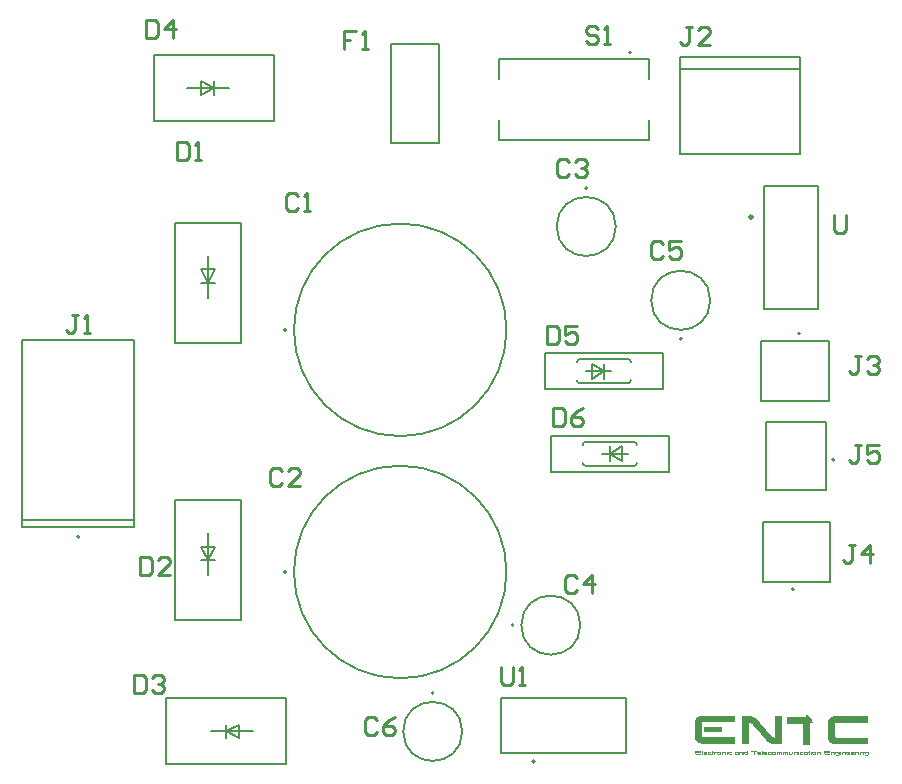
<source format=gto>
G04*
G04 #@! TF.GenerationSoftware,Altium Limited,Altium Designer,23.7.1 (13)*
G04*
G04 Layer_Color=65535*
%FSLAX44Y44*%
%MOMM*%
G71*
G04*
G04 #@! TF.SameCoordinates,A9341A08-D9DD-44F6-B1FE-122BD565C652*
G04*
G04*
G04 #@! TF.FilePolarity,Positive*
G04*
G01*
G75*
%ADD10C,0.2000*%
%ADD11C,0.1270*%
%ADD12C,0.1524*%
%ADD13C,0.3000*%
%ADD14C,0.2540*%
G36*
X909942Y574483D02*
X894839D01*
Y578346D01*
X909942D01*
Y574483D01*
D02*
G37*
G36*
X960693Y564298D02*
X960517D01*
Y564122D01*
X953844D01*
Y564298D01*
X952615D01*
Y564473D01*
X951737D01*
Y564649D01*
X951210D01*
Y564824D01*
X950859D01*
Y565000D01*
X950332D01*
Y565176D01*
X949980D01*
Y565351D01*
X949629D01*
Y565527D01*
X949454D01*
Y565702D01*
X949278D01*
Y565878D01*
X948927D01*
Y566054D01*
X948751D01*
Y566229D01*
X948576D01*
Y566405D01*
X948400D01*
Y566581D01*
X948224D01*
Y566756D01*
X948049D01*
Y566932D01*
X947873D01*
Y567107D01*
X947698D01*
Y567283D01*
X947522D01*
Y567458D01*
X947346D01*
Y567634D01*
X947171D01*
Y567985D01*
X946995D01*
Y568161D01*
X946820D01*
Y568337D01*
X946644D01*
Y568512D01*
X946468D01*
Y568688D01*
X946293D01*
Y568863D01*
X946117D01*
Y569039D01*
X945941D01*
Y569390D01*
X945766D01*
Y569566D01*
X945590D01*
Y569742D01*
X945415D01*
Y569917D01*
X945239D01*
Y570093D01*
X945063D01*
Y570268D01*
X944888D01*
Y570620D01*
X944712D01*
Y570795D01*
X944537D01*
Y570971D01*
X944361D01*
Y571146D01*
X944185D01*
Y571322D01*
X944010D01*
Y571673D01*
X943834D01*
Y571849D01*
X943659D01*
Y572024D01*
X943483D01*
Y572200D01*
X943307D01*
Y572376D01*
X943132D01*
Y572551D01*
X942956D01*
Y572902D01*
X942605D01*
Y573254D01*
X942429D01*
Y573429D01*
X942254D01*
Y573605D01*
X942078D01*
Y573781D01*
X941902D01*
Y573956D01*
X941727D01*
Y574132D01*
X941551D01*
Y574483D01*
X941376D01*
Y574659D01*
X941200D01*
Y574834D01*
X941024D01*
Y575010D01*
X940849D01*
Y575185D01*
X940673D01*
Y575536D01*
X940498D01*
Y575712D01*
X940322D01*
Y575888D01*
X940146D01*
Y576063D01*
X939971D01*
Y576239D01*
X939795D01*
Y576415D01*
X939620D01*
Y576590D01*
X939444D01*
Y576941D01*
X939268D01*
Y577117D01*
X939093D01*
Y577293D01*
X938917D01*
Y577468D01*
X938742D01*
Y577644D01*
X938566D01*
Y577995D01*
X938390D01*
Y578171D01*
X938215D01*
Y578346D01*
X938039D01*
Y578522D01*
X937863D01*
Y578698D01*
X937688D01*
Y578873D01*
X937512D01*
Y579049D01*
X937337D01*
Y579400D01*
X937161D01*
Y579576D01*
X936985D01*
Y579751D01*
X936810D01*
Y579927D01*
X936634D01*
Y580102D01*
X936459D01*
Y580454D01*
X936283D01*
Y580629D01*
X936107D01*
Y580805D01*
X935932D01*
Y580980D01*
X935756D01*
Y581156D01*
X935581D01*
Y581332D01*
X935405D01*
Y581507D01*
X935054D01*
Y581683D01*
X934878D01*
Y581858D01*
X934527D01*
Y582034D01*
X934000D01*
Y582210D01*
X933473D01*
Y582385D01*
X932595D01*
Y564298D01*
X932420D01*
Y564122D01*
X926976D01*
Y574834D01*
X926800D01*
Y575888D01*
X926976D01*
Y576063D01*
X926800D01*
Y576415D01*
X926976D01*
Y576766D01*
X926800D01*
Y578171D01*
X926976D01*
Y587829D01*
X934351D01*
Y587654D01*
X935405D01*
Y587478D01*
X935932D01*
Y587302D01*
X936459D01*
Y587127D01*
X936810D01*
Y586951D01*
X937161D01*
Y586776D01*
X937512D01*
Y586600D01*
X937688D01*
Y586424D01*
X938039D01*
Y586249D01*
X938215D01*
Y586073D01*
X938390D01*
Y585897D01*
X938742D01*
Y585722D01*
X938917D01*
Y585546D01*
X939093D01*
Y585371D01*
X939268D01*
Y585195D01*
X939444D01*
Y585019D01*
X939620D01*
Y584844D01*
X939795D01*
Y584668D01*
X939971D01*
Y584493D01*
X940146D01*
Y584141D01*
X940498D01*
Y583790D01*
X940673D01*
Y583615D01*
X940849D01*
Y583439D01*
X941024D01*
Y583263D01*
X941200D01*
Y583088D01*
X941376D01*
Y582737D01*
X941551D01*
Y582561D01*
X941727D01*
Y582385D01*
X941902D01*
Y582210D01*
X942078D01*
Y582034D01*
X942254D01*
Y581858D01*
X942429D01*
Y581683D01*
X942605D01*
Y581332D01*
X942781D01*
Y581156D01*
X942956D01*
Y580980D01*
X943132D01*
Y580805D01*
X943307D01*
Y580629D01*
X943483D01*
Y580454D01*
X943659D01*
Y580278D01*
Y580102D01*
X944010D01*
Y579751D01*
X944185D01*
Y579576D01*
X944361D01*
Y579400D01*
X944537D01*
Y579224D01*
X944712D01*
Y579049D01*
X944888D01*
Y578698D01*
X945063D01*
Y578522D01*
X945239D01*
Y578346D01*
X945415D01*
Y578171D01*
X945590D01*
Y577995D01*
X945766D01*
Y577820D01*
X945941D01*
Y577644D01*
X946117D01*
Y577293D01*
X946293D01*
Y577117D01*
X946468D01*
Y576941D01*
X946644D01*
Y576766D01*
X946820D01*
Y576590D01*
X946995D01*
Y576415D01*
X947171D01*
Y576063D01*
X947346D01*
Y575888D01*
X947522D01*
Y575712D01*
X947698D01*
Y575536D01*
X947873D01*
Y575361D01*
X948049D01*
Y575185D01*
X948224D01*
Y575010D01*
X948400D01*
Y574659D01*
X948576D01*
Y574483D01*
X948751D01*
Y574307D01*
X948927D01*
Y574132D01*
X949102D01*
Y573956D01*
X949278D01*
Y573781D01*
X949454D01*
Y573429D01*
X949629D01*
Y573254D01*
X949805D01*
Y573078D01*
X949980D01*
Y572902D01*
X950156D01*
Y572727D01*
X950332D01*
Y572551D01*
X950507D01*
Y572376D01*
X950683D01*
Y572024D01*
X951034D01*
Y571673D01*
X951210D01*
Y571497D01*
X951385D01*
Y571322D01*
X951561D01*
Y571146D01*
X951737D01*
Y570971D01*
X951912D01*
Y570795D01*
X952088D01*
Y570620D01*
X952263D01*
Y570444D01*
X952615D01*
Y570268D01*
X952790D01*
Y570093D01*
X953141D01*
Y569917D01*
X953668D01*
Y569742D01*
X955073D01*
Y587829D01*
X960693D01*
Y564298D01*
D02*
G37*
G36*
X921005Y588180D02*
X921181D01*
Y584317D01*
Y584141D01*
Y582737D01*
X893610D01*
Y582561D01*
X893259D01*
Y582385D01*
X893083D01*
Y582034D01*
X892908D01*
Y570795D01*
X893083D01*
Y570444D01*
X893259D01*
Y570268D01*
X893610D01*
Y570093D01*
X921181D01*
Y564649D01*
X892381D01*
Y564824D01*
X891503D01*
Y565000D01*
X890800D01*
Y565176D01*
X890274D01*
Y565351D01*
X889922D01*
Y565527D01*
X889571D01*
Y565702D01*
X889220D01*
Y565878D01*
X889044D01*
Y566054D01*
X888869D01*
Y566229D01*
X888693D01*
Y566405D01*
X888517D01*
Y566581D01*
X888342D01*
Y566756D01*
X888166D01*
Y566932D01*
X887991D01*
Y567283D01*
X887815D01*
Y567458D01*
X887639D01*
Y567985D01*
X887464D01*
Y568512D01*
X887288D01*
Y569039D01*
X887113D01*
Y583790D01*
X887288D01*
Y584493D01*
X887464D01*
Y585019D01*
X887639D01*
Y585371D01*
X887815D01*
Y585722D01*
X887991D01*
Y585897D01*
X888166D01*
Y586249D01*
X888342D01*
Y586424D01*
X888517D01*
Y586600D01*
X888693D01*
Y586776D01*
X888869D01*
Y586951D01*
X889220D01*
Y587127D01*
X889571D01*
Y587302D01*
X889747D01*
Y587478D01*
X890098D01*
Y587654D01*
X890625D01*
Y587829D01*
X891152D01*
Y588005D01*
X891854D01*
Y588180D01*
X893786D01*
Y588356D01*
X921005D01*
Y588180D01*
D02*
G37*
G36*
X1033746Y582385D02*
X1006351D01*
Y582210D01*
X1006000D01*
Y582034D01*
X1005649D01*
Y581507D01*
X1005473D01*
Y580454D01*
Y580278D01*
Y570620D01*
X1005649D01*
Y570093D01*
X1005824D01*
Y569917D01*
X1006176D01*
Y569742D01*
X1033746D01*
Y569566D01*
X1033922D01*
Y564298D01*
X1033746D01*
Y564122D01*
X1006000D01*
Y564298D01*
X1004595D01*
Y564473D01*
X1003717D01*
Y564649D01*
X1003190D01*
Y564824D01*
X1002839D01*
Y565000D01*
X1002488D01*
Y565176D01*
X1002137D01*
Y565351D01*
X1001785D01*
Y565527D01*
X1001610D01*
Y565702D01*
X1001434D01*
Y565878D01*
X1001083D01*
Y566054D01*
X1000907D01*
Y566405D01*
X1000732D01*
Y566581D01*
X1000556D01*
Y566932D01*
X1000380D01*
Y567283D01*
X1000205D01*
Y567634D01*
X1000029D01*
Y568161D01*
X999854D01*
Y569566D01*
X999678D01*
Y582561D01*
X999854D01*
Y583790D01*
X1000029D01*
Y584493D01*
X1000205D01*
Y584844D01*
X1000380D01*
Y585195D01*
X1000556D01*
Y585546D01*
X1000732D01*
Y585722D01*
X1000907D01*
Y585897D01*
X1001083D01*
Y586073D01*
X1001258D01*
Y586249D01*
X1001434D01*
Y586424D01*
X1001610D01*
Y586600D01*
X1001961D01*
Y586776D01*
X1002137D01*
Y586951D01*
X1002488D01*
Y587127D01*
X1003015D01*
Y587302D01*
X1003366D01*
Y587478D01*
X1004068D01*
Y587654D01*
X1005122D01*
Y587829D01*
X1033746D01*
Y582385D01*
D02*
G37*
G36*
X981766Y588707D02*
X982293D01*
Y588532D01*
X982819D01*
Y588356D01*
X982995D01*
Y588180D01*
X983346D01*
Y588005D01*
X983522D01*
Y587829D01*
X983873D01*
Y587654D01*
X984049D01*
Y587478D01*
X984224D01*
Y587302D01*
X984400D01*
Y587127D01*
X984576D01*
Y586951D01*
X984751D01*
Y586776D01*
X984927D01*
Y586600D01*
X985102D01*
Y586424D01*
X985278D01*
Y586249D01*
X985454D01*
Y585897D01*
X985629D01*
Y585722D01*
X985805D01*
Y585371D01*
X985980D01*
Y585019D01*
X986156D01*
Y584668D01*
X986332D01*
Y584141D01*
X986507D01*
Y583088D01*
X986683D01*
Y582385D01*
X984751D01*
Y567810D01*
Y567634D01*
Y563595D01*
X978780D01*
Y581683D01*
X965083D01*
Y587127D01*
X980888D01*
Y587478D01*
X981063D01*
Y588005D01*
X981239D01*
Y588532D01*
X981415D01*
Y588883D01*
X981766D01*
Y588707D01*
D02*
G37*
G36*
X1026195Y558151D02*
X1025317D01*
Y558678D01*
X1026195D01*
Y558151D01*
D02*
G37*
G36*
X1010741D02*
X1009863D01*
Y558678D01*
X1010741D01*
Y558151D01*
D02*
G37*
G36*
X985805D02*
X984927D01*
Y558678D01*
X985805D01*
Y558151D01*
D02*
G37*
G36*
X975268Y558503D02*
X975444D01*
Y558151D01*
X974566D01*
Y558327D01*
Y558503D01*
Y558678D01*
X975268D01*
Y558503D01*
D02*
G37*
G36*
X914683D02*
X914859D01*
Y558327D01*
X914683D01*
Y558151D01*
X913981D01*
Y558327D01*
X913805D01*
Y558503D01*
X913981D01*
Y558678D01*
X914683D01*
Y558503D01*
D02*
G37*
G36*
X1001434Y558151D02*
X1001610D01*
Y557976D01*
X1001434D01*
Y557800D01*
X1000907D01*
Y557976D01*
X997571D01*
Y557800D01*
X997395D01*
Y557273D01*
X1001434D01*
Y556571D01*
X997395D01*
Y556044D01*
X997571D01*
Y555868D01*
X1001434D01*
Y555341D01*
X996868D01*
Y555517D01*
X996517D01*
Y558327D01*
X996868D01*
Y558503D01*
X1001434D01*
Y558151D01*
D02*
G37*
G36*
X982117Y557624D02*
X982468D01*
Y557449D01*
X982644D01*
Y555517D01*
X982468D01*
Y555341D01*
X981766D01*
Y555166D01*
X980888D01*
Y555341D01*
X979483D01*
Y555693D01*
X979307D01*
Y556044D01*
Y556220D01*
Y556395D01*
X979483D01*
Y556571D01*
X979834D01*
Y556746D01*
X981415D01*
Y556571D01*
X981590D01*
Y556746D01*
X981941D01*
Y556922D01*
X981766D01*
Y557098D01*
X979483D01*
Y557800D01*
X982117D01*
Y557624D01*
D02*
G37*
G36*
X1021980D02*
X1022156D01*
Y557449D01*
X1022331D01*
Y556571D01*
X1022156D01*
Y556395D01*
X1021805D01*
Y556220D01*
X1020400D01*
Y556395D01*
X1019873D01*
Y555868D01*
X1022331D01*
Y555341D01*
X1019171D01*
Y555693D01*
X1018995D01*
Y557449D01*
X1019171D01*
Y557624D01*
X1019522D01*
Y557800D01*
X1021980D01*
Y557624D01*
D02*
G37*
G36*
X1018117D02*
X1018468D01*
Y556571D01*
X1018292D01*
Y556395D01*
X1017941D01*
Y556220D01*
X1016536D01*
Y556395D01*
X1016185D01*
Y556220D01*
X1016010D01*
Y555868D01*
X1018468D01*
Y555341D01*
X1015483D01*
Y555517D01*
X1015307D01*
Y555868D01*
X1015132D01*
Y557449D01*
X1015307D01*
Y557624D01*
X1015658D01*
Y557800D01*
X1018117D01*
Y557624D01*
D02*
G37*
G36*
X948049D02*
X948400D01*
Y556571D01*
X948224D01*
Y556395D01*
X947873D01*
Y556220D01*
X946293D01*
Y556395D01*
X946117D01*
Y556220D01*
X945941D01*
Y555868D01*
X948400D01*
Y555341D01*
X945415D01*
Y555517D01*
X945239D01*
Y555693D01*
X945063D01*
Y557449D01*
X945239D01*
Y557624D01*
X945590D01*
Y557800D01*
X948049D01*
Y557624D01*
D02*
G37*
G36*
X897298D02*
X897473D01*
Y557273D01*
X897649D01*
Y556922D01*
X897473D01*
Y556395D01*
X896947D01*
Y556220D01*
X895366D01*
Y556395D01*
X895191D01*
Y555868D01*
X897473D01*
Y555341D01*
X897122D01*
Y555166D01*
X896771D01*
Y555341D01*
X894488D01*
Y555517D01*
X894313D01*
Y557449D01*
X894488D01*
Y557624D01*
X894839D01*
Y557800D01*
X897298D01*
Y557624D01*
D02*
G37*
G36*
X970000Y557449D02*
Y555693D01*
X969824D01*
Y555517D01*
X969649D01*
Y555341D01*
X966839D01*
Y555517D01*
X966663D01*
Y557624D01*
X967366D01*
Y556044D01*
X967542D01*
Y555868D01*
X969122D01*
Y557624D01*
X970000D01*
Y557449D01*
D02*
G37*
G36*
X989317Y557624D02*
X989668D01*
Y557449D01*
X989844D01*
Y555693D01*
X989668D01*
Y555517D01*
X989493D01*
Y555341D01*
X986683D01*
Y555517D01*
X986507D01*
Y555693D01*
X986332D01*
Y556044D01*
Y556220D01*
Y557449D01*
X986507D01*
Y557624D01*
X986859D01*
Y557800D01*
X989317D01*
Y557624D01*
D02*
G37*
G36*
X984224Y557800D02*
X984576D01*
Y557624D01*
Y557449D01*
X984751D01*
Y557098D01*
X984224D01*
Y555341D01*
X983346D01*
Y557098D01*
X982995D01*
Y557800D01*
X983346D01*
Y558503D01*
X984224D01*
Y557800D01*
D02*
G37*
G36*
X978956Y557098D02*
X976673D01*
Y555868D01*
X978956D01*
Y555341D01*
X976146D01*
Y555517D01*
X975971D01*
Y555693D01*
X975795D01*
Y557273D01*
X975971D01*
Y557449D01*
X976146D01*
Y557624D01*
X976497D01*
Y557800D01*
X978956D01*
Y557098D01*
D02*
G37*
G36*
X965434Y557624D02*
X965961D01*
Y557449D01*
X966137D01*
Y555341D01*
X965258D01*
Y557098D01*
X964205D01*
Y555341D01*
X963327D01*
Y557098D01*
X962273D01*
Y555341D01*
X961571D01*
Y557273D01*
X961395D01*
Y557624D01*
X961571D01*
Y557800D01*
X965434D01*
Y557624D01*
D02*
G37*
G36*
X955249D02*
X955600D01*
Y557449D01*
X955776D01*
Y557098D01*
X955951D01*
Y555868D01*
X955776D01*
Y555517D01*
X955600D01*
Y555341D01*
X952615D01*
Y555517D01*
X952439D01*
Y557449D01*
X952615D01*
Y557624D01*
X952966D01*
Y557800D01*
X955249D01*
Y557624D01*
D02*
G37*
G36*
X951912Y557098D02*
X949629D01*
Y556044D01*
X949805D01*
Y555868D01*
X951912D01*
Y555341D01*
X949102D01*
Y555517D01*
X948927D01*
Y557449D01*
X949102D01*
Y557624D01*
X949454D01*
Y557800D01*
X951912D01*
Y557098D01*
D02*
G37*
G36*
X942956Y557624D02*
X943132D01*
Y557449D01*
X943307D01*
Y556746D01*
X943132D01*
Y556395D01*
X942781D01*
Y556220D01*
X940849D01*
Y555868D01*
X943132D01*
Y555341D01*
X940146D01*
Y555517D01*
X939971D01*
Y557449D01*
X940146D01*
Y557624D01*
X940498D01*
Y557800D01*
X942956D01*
Y557624D01*
D02*
G37*
G36*
X932244Y555693D02*
X932068D01*
Y555517D01*
X931893D01*
Y555341D01*
X929083D01*
Y555517D01*
X928907D01*
Y555693D01*
X928732D01*
Y557273D01*
X928907D01*
Y557624D01*
X929259D01*
Y557800D01*
X931366D01*
Y558327D01*
Y558503D01*
Y558678D01*
X932244D01*
Y555693D01*
D02*
G37*
G36*
X918371Y557098D02*
X916088D01*
Y556044D01*
X916264D01*
Y555868D01*
X918371D01*
Y555341D01*
X915561D01*
Y555517D01*
X915386D01*
Y555868D01*
X915210D01*
Y556220D01*
Y556395D01*
Y557273D01*
X915386D01*
Y557449D01*
X915561D01*
Y557624D01*
X915912D01*
Y557800D01*
X918371D01*
Y557098D01*
D02*
G37*
G36*
X908888Y557624D02*
X909239D01*
Y557449D01*
X909415D01*
Y555517D01*
X909239D01*
Y555341D01*
X906254D01*
Y555517D01*
X906078D01*
Y555693D01*
X905903D01*
Y557273D01*
X906078D01*
Y557624D01*
X906605D01*
Y557800D01*
X908888D01*
Y557624D01*
D02*
G37*
G36*
X900986D02*
X901161D01*
Y557273D01*
X900986D01*
Y557098D01*
X898878D01*
Y555868D01*
X901161D01*
Y555341D01*
X898176D01*
Y555693D01*
X898000D01*
Y557449D01*
X898176D01*
Y557624D01*
X898527D01*
Y557800D01*
X900986D01*
Y557624D01*
D02*
G37*
G36*
X892556Y557976D02*
X888517D01*
Y557800D01*
X888342D01*
Y557273D01*
X892381D01*
Y556571D01*
X888342D01*
Y556044D01*
X888517D01*
Y555868D01*
X892556D01*
Y555341D01*
X887815D01*
Y555517D01*
X887639D01*
Y555693D01*
X887464D01*
Y558151D01*
X887639D01*
Y558327D01*
X887815D01*
Y558503D01*
X892556D01*
Y557976D01*
D02*
G37*
G36*
X1029531Y557624D02*
X1029883D01*
Y557449D01*
X1030058D01*
Y557098D01*
X1030234D01*
Y555341D01*
X1030058D01*
Y555166D01*
X1029531D01*
Y555341D01*
X1029356D01*
Y557098D01*
X1027424D01*
Y555341D01*
X1026722D01*
Y555693D01*
Y555868D01*
Y557800D01*
X1029531D01*
Y557624D01*
D02*
G37*
G36*
X1025844D02*
X1026195D01*
Y555341D01*
X1026019D01*
Y555166D01*
X1025492D01*
Y555341D01*
X1025317D01*
Y557624D01*
X1025492D01*
Y557800D01*
X1025844D01*
Y557624D01*
D02*
G37*
G36*
X1024966Y557098D02*
X1023736D01*
Y555341D01*
X1023385D01*
Y555166D01*
X1023210D01*
Y555341D01*
X1022858D01*
Y556571D01*
Y556746D01*
Y557449D01*
X1023034D01*
Y557624D01*
X1023385D01*
Y557800D01*
X1024966D01*
Y557098D01*
D02*
G37*
G36*
X1014078Y557624D02*
X1014605D01*
Y557273D01*
X1014780D01*
Y555341D01*
X1014605D01*
Y555166D01*
X1014078D01*
Y555341D01*
X1013902D01*
Y557098D01*
X1012146D01*
Y555341D01*
X1011795D01*
Y555166D01*
X1011619D01*
Y555341D01*
X1011268D01*
Y557800D01*
X1014078D01*
Y557624D01*
D02*
G37*
G36*
X1010741Y555341D02*
X1010566D01*
Y555166D01*
X1010214D01*
Y555341D01*
X1009863D01*
Y557624D01*
X1010741D01*
Y555341D01*
D02*
G37*
G36*
X1004946Y557624D02*
X1005297D01*
Y557449D01*
X1005473D01*
Y555341D01*
X1005297D01*
Y555166D01*
X1004771D01*
Y555341D01*
X1004595D01*
Y557098D01*
X1002839D01*
Y555341D01*
X1002663D01*
Y555166D01*
X1002312D01*
Y555341D01*
X1001961D01*
Y557800D01*
X1004946D01*
Y557624D01*
D02*
G37*
G36*
X993180D02*
X993532D01*
Y557449D01*
X993707D01*
Y557098D01*
X993883D01*
Y555341D01*
X993532D01*
Y555166D01*
X993180D01*
Y555341D01*
X993005D01*
Y557098D01*
X991073D01*
Y555341D01*
X990371D01*
Y557449D01*
X990195D01*
Y557624D01*
X990371D01*
Y557800D01*
X993180D01*
Y557624D01*
D02*
G37*
G36*
X985805Y556395D02*
Y556220D01*
Y555341D01*
X985454D01*
Y555166D01*
X985278D01*
Y555341D01*
X984927D01*
Y557624D01*
X985805D01*
Y556395D01*
D02*
G37*
G36*
X975444Y556044D02*
Y555868D01*
Y555341D01*
X974917D01*
Y555166D01*
X974741D01*
Y555341D01*
X974566D01*
Y557624D01*
X975444D01*
Y556044D01*
D02*
G37*
G36*
X973512Y557624D02*
X973863D01*
Y557273D01*
X974039D01*
Y555341D01*
X973863D01*
Y555166D01*
X973337D01*
Y555341D01*
X973161D01*
Y557098D01*
X971405D01*
Y555341D01*
X971054D01*
Y555166D01*
X970878D01*
Y555341D01*
X970527D01*
Y557800D01*
X973512D01*
Y557624D01*
D02*
G37*
G36*
X960341D02*
X960693D01*
Y557449D01*
X960868D01*
Y557098D01*
X961044D01*
Y555341D01*
X960693D01*
Y555166D01*
X960341D01*
Y555341D01*
X960166D01*
Y557098D01*
X959112D01*
Y555341D01*
X958234D01*
Y557098D01*
X957180D01*
Y555341D01*
X957005D01*
Y555166D01*
X956478D01*
Y555341D01*
X956302D01*
Y557800D01*
X960341D01*
Y557624D01*
D02*
G37*
G36*
X944537Y558503D02*
X944712D01*
Y557449D01*
X944537D01*
Y555341D01*
X944361D01*
Y555166D01*
X944010D01*
Y555341D01*
X943834D01*
Y558678D01*
X944537D01*
Y558503D01*
D02*
G37*
G36*
X939971Y557976D02*
X937863D01*
Y555341D01*
X937512D01*
Y555166D01*
X937161D01*
Y555341D01*
X936985D01*
Y557449D01*
Y557624D01*
Y557800D01*
X936810D01*
Y557976D01*
X934878D01*
Y558503D01*
X939971D01*
Y557976D01*
D02*
G37*
G36*
X927678Y557624D02*
X928029D01*
Y557273D01*
X928205D01*
Y555341D01*
X927854D01*
Y555166D01*
X927503D01*
Y555341D01*
X927327D01*
Y557098D01*
X925571D01*
Y556220D01*
Y556044D01*
Y555341D01*
X925395D01*
Y555166D01*
X924868D01*
Y555341D01*
X924693D01*
Y557800D01*
X927678D01*
Y557624D01*
D02*
G37*
G36*
X923815D02*
X923990D01*
Y557449D01*
X924166D01*
Y557098D01*
X924342D01*
Y555868D01*
X924166D01*
Y555517D01*
X923990D01*
Y555341D01*
X923464D01*
Y555166D01*
X922586D01*
Y555341D01*
X921181D01*
Y555517D01*
X921005D01*
Y556571D01*
X921356D01*
Y556746D01*
X923464D01*
Y557098D01*
X921005D01*
Y557800D01*
X923815D01*
Y557624D01*
D02*
G37*
G36*
X914683Y555341D02*
X914332D01*
Y555166D01*
X914156D01*
Y555341D01*
X913981D01*
Y555693D01*
Y555868D01*
Y557624D01*
X914683D01*
Y555341D01*
D02*
G37*
G36*
X912751Y557624D02*
X913103D01*
Y557449D01*
X913278D01*
Y557098D01*
X913454D01*
Y555341D01*
X913103D01*
Y555166D01*
X912751D01*
Y555341D01*
X912576D01*
Y557098D01*
X910644D01*
Y556220D01*
X910820D01*
Y555341D01*
X910469D01*
Y555166D01*
X909942D01*
Y557273D01*
X909766D01*
Y557449D01*
Y557800D01*
X912751D01*
Y557624D01*
D02*
G37*
G36*
X905552Y557098D02*
X904322D01*
Y556922D01*
X904147D01*
Y556395D01*
X904322D01*
Y555341D01*
X903971D01*
Y555166D01*
X903620D01*
Y555341D01*
X903444D01*
Y557449D01*
X903620D01*
Y557624D01*
X903971D01*
Y557800D01*
X905552D01*
Y557098D01*
D02*
G37*
G36*
X902566Y557800D02*
X903093D01*
Y557098D01*
X902566D01*
Y555868D01*
Y555693D01*
Y555341D01*
X902039D01*
Y555166D01*
X901864D01*
Y555341D01*
X901688D01*
Y556220D01*
X901864D01*
Y556922D01*
X901688D01*
Y557098D01*
X901337D01*
Y557800D01*
X901864D01*
Y557976D01*
X901688D01*
Y558151D01*
X901864D01*
Y558503D01*
X902566D01*
Y557800D01*
D02*
G37*
G36*
X893786Y558151D02*
Y557976D01*
Y555341D01*
X893434D01*
Y555166D01*
X893083D01*
Y555341D01*
X892908D01*
Y558678D01*
X893786D01*
Y558151D01*
D02*
G37*
G36*
X1033570Y557624D02*
X1034097D01*
Y556220D01*
X1034273D01*
Y555868D01*
X1034097D01*
Y554815D01*
X1033922D01*
Y554639D01*
X1033746D01*
Y554464D01*
X1030761D01*
Y554990D01*
X1033219D01*
Y555166D01*
X1033395D01*
Y555517D01*
X1031288D01*
Y555693D01*
X1030936D01*
Y555868D01*
X1030761D01*
Y556922D01*
X1030585D01*
Y557273D01*
X1030761D01*
Y557624D01*
X1031288D01*
Y557800D01*
X1033570D01*
Y557624D01*
D02*
G37*
G36*
X1008810D02*
X1009336D01*
Y557273D01*
X1009512D01*
Y554990D01*
X1009336D01*
Y554815D01*
X1009161D01*
Y554639D01*
X1008985D01*
Y554464D01*
X1006176D01*
Y554639D01*
X1006000D01*
Y554990D01*
X1008458D01*
Y555166D01*
X1008634D01*
Y555517D01*
X1006527D01*
Y555693D01*
X1006176D01*
Y555868D01*
X1006000D01*
Y557098D01*
Y557273D01*
Y557624D01*
X1006527D01*
Y557800D01*
X1008810D01*
Y557624D01*
D02*
G37*
%LPC*%
G36*
X981766Y556395D02*
X980361D01*
Y556220D01*
X980185D01*
Y555868D01*
X981766D01*
Y556395D01*
D02*
G37*
G36*
X1021453Y557098D02*
X1019873D01*
Y556746D01*
X1021453D01*
Y557098D01*
D02*
G37*
G36*
X1017590D02*
X1016010D01*
Y556922D01*
Y556746D01*
X1017590D01*
Y557098D01*
D02*
G37*
G36*
X947522D02*
X945941D01*
Y556746D01*
X946117D01*
Y556571D01*
X947346D01*
Y556746D01*
X947522D01*
Y556922D01*
Y557098D01*
D02*
G37*
G36*
X896771D02*
X895015D01*
Y556746D01*
X895366D01*
Y556571D01*
X895542D01*
Y556746D01*
X895717D01*
Y556571D01*
X896420D01*
Y556746D01*
X896771D01*
Y557098D01*
D02*
G37*
G36*
X988966D02*
X987210D01*
Y555868D01*
X988966D01*
Y557098D01*
D02*
G37*
G36*
X955073D02*
X953141D01*
Y556044D01*
X953317D01*
Y555868D01*
X955073D01*
Y557098D01*
D02*
G37*
G36*
X942429D02*
X940849D01*
Y556746D01*
X941727D01*
Y556571D01*
X942254D01*
Y556746D01*
X942429D01*
Y557098D01*
D02*
G37*
G36*
X931366D02*
X929610D01*
Y555868D01*
X931366D01*
Y557098D01*
D02*
G37*
G36*
X908537D02*
X906781D01*
Y555868D01*
X908537D01*
Y557098D01*
D02*
G37*
G36*
X923288Y556395D02*
X921883D01*
Y555868D01*
X923288D01*
Y556044D01*
X923464D01*
Y556220D01*
X923288D01*
Y556395D01*
D02*
G37*
G36*
X1033395Y557098D02*
X1031463D01*
Y556395D01*
X1031639D01*
Y556220D01*
X1033219D01*
Y556395D01*
X1033395D01*
Y556746D01*
Y556922D01*
Y557098D01*
D02*
G37*
G36*
X1008634D02*
X1006702D01*
Y556395D01*
X1006878D01*
Y556220D01*
X1008458D01*
Y556395D01*
X1008634D01*
Y557098D01*
D02*
G37*
%LPD*%
D10*
X366000Y740000D02*
G03*
X366000Y740000I-1000J0D01*
G01*
X541000Y915000D02*
G03*
X541000Y915000I-1000J0D01*
G01*
Y710000D02*
G03*
X541000Y710000I-1000J0D01*
G01*
X833000Y1150000D02*
G03*
X833000Y1150000I-1000J0D01*
G01*
X976000Y911900D02*
G03*
X976000Y911900I-1000J0D01*
G01*
X971000Y695400D02*
G03*
X971000Y695400I-1000J0D01*
G01*
X1005200Y805000D02*
G03*
X1005200Y805000I-1000J0D01*
G01*
X796000Y1035000D02*
G03*
X796000Y1035000I-1000J0D01*
G01*
X733500Y665000D02*
G03*
X733500Y665000I-1000J0D01*
G01*
X876000Y907500D02*
G03*
X876000Y907500I-1000J0D01*
G01*
X666000Y607500D02*
G03*
X666000Y607500I-1000J0D01*
G01*
X751310Y549600D02*
G03*
X751310Y549600I-1000J0D01*
G01*
D11*
X727500Y915000D02*
G03*
X727500Y915000I-90000J0D01*
G01*
Y710000D02*
G03*
X727500Y710000I-90000J0D01*
G01*
X820000Y1002500D02*
G03*
X820000Y1002500I-25000J0D01*
G01*
X790000Y665000D02*
G03*
X790000Y665000I-25000J0D01*
G01*
X900000Y940000D02*
G03*
X900000Y940000I-25000J0D01*
G01*
X690000Y575000D02*
G03*
X690000Y575000I-25000J0D01*
G01*
X412500Y747800D02*
Y753800D01*
X317500Y747800D02*
X412500D01*
X317500D02*
Y753800D01*
Y906200D01*
X412500D01*
Y753800D02*
Y906200D01*
X317500Y753800D02*
X412500D01*
X670000Y1073250D02*
Y1156750D01*
X630000Y1073250D02*
Y1156750D01*
X670000D01*
X630000Y1073250D02*
X670000D01*
X860000Y865014D02*
Y895014D01*
X760000D02*
X860000D01*
X760000Y865014D02*
Y895014D01*
Y865014D02*
X860000D01*
X765000Y824986D02*
X865000D01*
Y794986D02*
Y824986D01*
X765000Y794986D02*
X865000D01*
X765000D02*
Y824986D01*
X721500Y1075700D02*
X848500D01*
X721500D02*
Y1092900D01*
Y1127100D02*
Y1144300D01*
X848500D01*
Y1075700D02*
Y1092900D01*
Y1127100D02*
Y1144300D01*
X874200Y1136000D02*
X975800D01*
Y1064000D02*
Y1136000D01*
Y1146000D01*
X874200D02*
X975800D01*
X874200Y1136000D02*
Y1146000D01*
Y1064000D02*
Y1136000D01*
Y1064000D02*
X975800D01*
X1000400Y854600D02*
Y905400D01*
X943200Y854600D02*
Y905400D01*
X1000400D01*
X943200Y854600D02*
X1000400D01*
X944600Y701900D02*
Y752700D01*
X1001800Y701900D02*
Y752700D01*
X944600Y701900D02*
X1001800D01*
X944600Y752700D02*
X1001800D01*
X946900Y779600D02*
X997700D01*
X946900Y836800D02*
X997700D01*
Y779600D02*
Y836800D01*
X946900Y779600D02*
Y836800D01*
X723010Y603600D02*
X828410D01*
Y556600D02*
Y603600D01*
X723010Y556600D02*
X828410D01*
X723010D02*
Y603600D01*
X991500Y933000D02*
Y1037000D01*
X945500Y933000D02*
X991500D01*
X945500D02*
Y1037000D01*
X991500D01*
D12*
X787140Y872394D02*
G03*
X789680Y869854I2540J0D01*
G01*
X789680Y890174D02*
G03*
X787140Y887634I0J-2540D01*
G01*
X830320Y869854D02*
G03*
X832860Y872394I0J2540D01*
G01*
Y887634D02*
G03*
X830320Y890174I-2540J0D01*
G01*
X792140Y802366D02*
G03*
X794680Y799826I2540J0D01*
G01*
X794680Y820146D02*
G03*
X792140Y817606I0J-2540D01*
G01*
X835320Y799826D02*
G03*
X837860Y802366I0J2540D01*
G01*
Y817606D02*
G03*
X835320Y820146I-2540J0D01*
G01*
X477300Y575000D02*
X490000D01*
Y580842D01*
Y575000D02*
X501430Y580842D01*
Y569158D02*
Y580842D01*
X490000Y575000D02*
X501430Y569158D01*
X490000Y575000D02*
X512860D01*
X490000Y569158D02*
Y575000D01*
X439200Y547060D02*
Y602940D01*
X540800Y547060D02*
Y602940D01*
X439200D02*
X540800D01*
X439200Y547060D02*
X540800D01*
X810000Y880014D02*
X816350D01*
X799840Y873664D02*
Y886364D01*
X810000Y880014D01*
X794760D02*
X810000D01*
X799840Y873664D02*
X810000Y880014D01*
Y873664D02*
Y880014D01*
Y886364D01*
X789680Y890174D02*
X830320D01*
X789680Y869854D02*
X830320D01*
X794680Y820146D02*
X835320D01*
X794680Y799826D02*
X835320D01*
X815000Y803636D02*
Y809986D01*
Y816336D01*
Y809986D02*
X825160Y816336D01*
X815000Y809986D02*
X830240D01*
X815000D02*
X825160Y803636D01*
Y816336D01*
X808650Y809986D02*
X815000D01*
X502940Y904200D02*
Y1005800D01*
X447060Y904200D02*
Y1005800D01*
X502940D01*
X447060Y904200D02*
X502940D01*
X475000Y955000D02*
X480842D01*
X475000D02*
Y977860D01*
Y955000D02*
X480842Y966430D01*
X469158D02*
X480842D01*
X469158D02*
X475000Y955000D01*
X469158D02*
X475000D01*
Y942300D02*
Y955000D01*
Y707300D02*
Y720000D01*
X469158D02*
X475000D01*
X469158Y731430D02*
X475000Y720000D01*
X469158Y731430D02*
X480842D01*
X475000Y720000D02*
X480842Y731430D01*
X475000Y720000D02*
Y742860D01*
Y720000D02*
X480842D01*
X447060Y669200D02*
X502940D01*
X447060Y770800D02*
X502940D01*
X447060Y669200D02*
Y770800D01*
X502940Y669200D02*
Y770800D01*
X480000Y1120000D02*
X492700D01*
X480000Y1114158D02*
Y1120000D01*
X468570Y1114158D02*
X480000Y1120000D01*
X468570Y1114158D02*
Y1125842D01*
X480000Y1120000D01*
X457140D02*
X480000D01*
Y1125842D01*
X530800Y1092060D02*
Y1147940D01*
X429200Y1092060D02*
Y1147940D01*
Y1092060D02*
X530800D01*
X429200Y1147940D02*
X530800D01*
D13*
X935600Y1010500D02*
G03*
X935600Y1010500I-1000J0D01*
G01*
D14*
X1004922Y1012617D02*
Y999922D01*
X1007461Y997383D01*
X1012539D01*
X1015078Y999922D01*
Y1012617D01*
X722884Y629153D02*
Y616457D01*
X725423Y613918D01*
X730501D01*
X733041Y616457D01*
Y629153D01*
X738119Y613918D02*
X743197D01*
X740658D01*
Y629153D01*
X738119Y626614D01*
X805000Y1170078D02*
X802461Y1172617D01*
X797383D01*
X794843Y1170078D01*
Y1167539D01*
X797383Y1165000D01*
X802461D01*
X805000Y1162461D01*
Y1159922D01*
X802461Y1157383D01*
X797383D01*
X794843Y1159922D01*
X810078Y1157383D02*
X815157D01*
X812618D01*
Y1172617D01*
X810078Y1170078D01*
X1027461Y817617D02*
X1022383D01*
X1024922D01*
Y804922D01*
X1022383Y802383D01*
X1019843D01*
X1017304Y804922D01*
X1042696Y817617D02*
X1032539D01*
Y810000D01*
X1037617Y812539D01*
X1040157D01*
X1042696Y810000D01*
Y804922D01*
X1040157Y802383D01*
X1035078D01*
X1032539Y804922D01*
X1022461Y732617D02*
X1017383D01*
X1019922D01*
Y719922D01*
X1017383Y717383D01*
X1014843D01*
X1012304Y719922D01*
X1035157Y717383D02*
Y732617D01*
X1027539Y725000D01*
X1037696D01*
X1027461Y892617D02*
X1022383D01*
X1024922D01*
Y879922D01*
X1022383Y877383D01*
X1019843D01*
X1017304Y879922D01*
X1032539Y890078D02*
X1035078Y892617D01*
X1040157D01*
X1042696Y890078D01*
Y887539D01*
X1040157Y885000D01*
X1037617D01*
X1040157D01*
X1042696Y882461D01*
Y879922D01*
X1040157Y877383D01*
X1035078D01*
X1032539Y879922D01*
X884185Y1171697D02*
X879106D01*
X881646D01*
Y1159001D01*
X879106Y1156462D01*
X876567D01*
X874028Y1159001D01*
X899420Y1156462D02*
X889263D01*
X899420Y1166619D01*
Y1169158D01*
X896881Y1171697D01*
X891802D01*
X889263Y1169158D01*
X365000Y927617D02*
X359922D01*
X362461D01*
Y914922D01*
X359922Y912383D01*
X357383D01*
X354843Y914922D01*
X370078Y912383D02*
X375157D01*
X372618D01*
Y927617D01*
X370078Y925078D01*
X600000Y1167617D02*
X589843D01*
Y1160000D01*
X594922D01*
X589843D01*
Y1152383D01*
X605078D02*
X610157D01*
X607618D01*
Y1167617D01*
X605078Y1165078D01*
X766826Y848609D02*
Y833374D01*
X774444D01*
X776983Y835913D01*
Y846070D01*
X774444Y848609D01*
X766826D01*
X792218D02*
X787139Y846070D01*
X782061Y840992D01*
Y835913D01*
X784600Y833374D01*
X789679D01*
X792218Y835913D01*
Y838452D01*
X789679Y840992D01*
X782061D01*
X762000Y918459D02*
Y903224D01*
X769617D01*
X772157Y905763D01*
Y915920D01*
X769617Y918459D01*
X762000D01*
X787392D02*
X777235D01*
Y910842D01*
X782313Y913381D01*
X784853D01*
X787392Y910842D01*
Y905763D01*
X784853Y903224D01*
X779774D01*
X777235Y905763D01*
X422304Y1177617D02*
Y1162383D01*
X429922D01*
X432461Y1164922D01*
Y1175078D01*
X429922Y1177617D01*
X422304D01*
X445157Y1162383D02*
Y1177617D01*
X437539Y1170000D01*
X447696D01*
X412304Y622617D02*
Y607383D01*
X419922D01*
X422461Y609922D01*
Y620078D01*
X419922Y622617D01*
X412304D01*
X427539Y620078D02*
X430078Y622617D01*
X435157D01*
X437696Y620078D01*
Y617539D01*
X435157Y615000D01*
X432617D01*
X435157D01*
X437696Y612461D01*
Y609922D01*
X435157Y607383D01*
X430078D01*
X427539Y609922D01*
X417304Y722617D02*
Y707383D01*
X424922D01*
X427461Y709922D01*
Y720078D01*
X424922Y722617D01*
X417304D01*
X442696Y707383D02*
X432539D01*
X442696Y717539D01*
Y720078D01*
X440157Y722617D01*
X435078D01*
X432539Y720078D01*
X448832Y1074161D02*
Y1058926D01*
X456450D01*
X458989Y1061465D01*
Y1071622D01*
X456450Y1074161D01*
X448832D01*
X464067Y1058926D02*
X469145D01*
X466606D01*
Y1074161D01*
X464067Y1071622D01*
X617461Y585078D02*
X614922Y587617D01*
X609843D01*
X607304Y585078D01*
Y574922D01*
X609843Y572382D01*
X614922D01*
X617461Y574922D01*
X632696Y587617D02*
X627617Y585078D01*
X622539Y580000D01*
Y574922D01*
X625078Y572382D01*
X630157D01*
X632696Y574922D01*
Y577461D01*
X630157Y580000D01*
X622539D01*
X860041Y988056D02*
X857502Y990595D01*
X852423D01*
X849884Y988056D01*
Y977899D01*
X852423Y975360D01*
X857502D01*
X860041Y977899D01*
X875276Y990595D02*
X865119D01*
Y982978D01*
X870197Y985517D01*
X872737D01*
X875276Y982978D01*
Y977899D01*
X872737Y975360D01*
X867658D01*
X865119Y977899D01*
X787461Y705078D02*
X784922Y707617D01*
X779843D01*
X777304Y705078D01*
Y694922D01*
X779843Y692383D01*
X784922D01*
X787461Y694922D01*
X800157Y692383D02*
Y707617D01*
X792539Y700000D01*
X802696D01*
X780031Y1057398D02*
X777492Y1059937D01*
X772413D01*
X769874Y1057398D01*
Y1047241D01*
X772413Y1044702D01*
X777492D01*
X780031Y1047241D01*
X785109Y1057398D02*
X787648Y1059937D01*
X792727D01*
X795266Y1057398D01*
Y1054859D01*
X792727Y1052319D01*
X790187D01*
X792727D01*
X795266Y1049780D01*
Y1047241D01*
X792727Y1044702D01*
X787648D01*
X785109Y1047241D01*
X537461Y795078D02*
X534922Y797617D01*
X529843D01*
X527304Y795078D01*
Y784922D01*
X529843Y782383D01*
X534922D01*
X537461Y784922D01*
X552696Y782383D02*
X542539D01*
X552696Y792539D01*
Y795078D01*
X550157Y797617D01*
X545078D01*
X542539Y795078D01*
X550669Y1028188D02*
X548130Y1030727D01*
X543051D01*
X540512Y1028188D01*
Y1018031D01*
X543051Y1015492D01*
X548130D01*
X550669Y1018031D01*
X555747Y1015492D02*
X560825D01*
X558286D01*
Y1030727D01*
X555747Y1028188D01*
M02*

</source>
